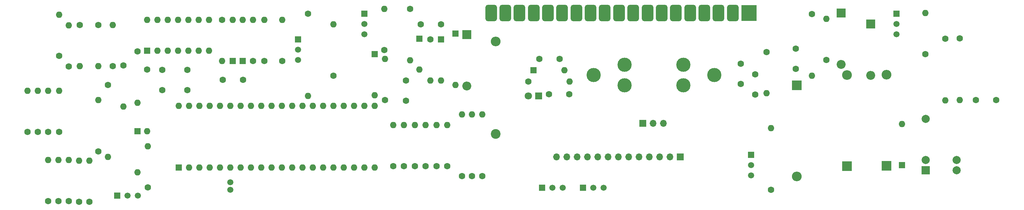
<source format=gbr>
%TF.GenerationSoftware,KiCad,Pcbnew,8.0.1*%
%TF.CreationDate,2024-07-16T21:14:59+02:00*%
%TF.ProjectId,BMW E30 VFL SI Board V3,424d5720-4533-4302-9056-464c20534920,rev?*%
%TF.SameCoordinates,Original*%
%TF.FileFunction,Soldermask,Top*%
%TF.FilePolarity,Negative*%
%FSLAX46Y46*%
G04 Gerber Fmt 4.6, Leading zero omitted, Abs format (unit mm)*
G04 Created by KiCad (PCBNEW 8.0.1) date 2024-07-16 21:14:59*
%MOMM*%
%LPD*%
G01*
G04 APERTURE LIST*
G04 Aperture macros list*
%AMRoundRect*
0 Rectangle with rounded corners*
0 $1 Rounding radius*
0 $2 $3 $4 $5 $6 $7 $8 $9 X,Y pos of 4 corners*
0 Add a 4 corners polygon primitive as box body*
4,1,4,$2,$3,$4,$5,$6,$7,$8,$9,$2,$3,0*
0 Add four circle primitives for the rounded corners*
1,1,$1+$1,$2,$3*
1,1,$1+$1,$4,$5*
1,1,$1+$1,$6,$7*
1,1,$1+$1,$8,$9*
0 Add four rect primitives between the rounded corners*
20,1,$1+$1,$2,$3,$4,$5,0*
20,1,$1+$1,$4,$5,$6,$7,0*
20,1,$1+$1,$6,$7,$8,$9,0*
20,1,$1+$1,$8,$9,$2,$3,0*%
G04 Aperture macros list end*
%ADD10R,1.600000X1.600000*%
%ADD11O,1.600000X1.600000*%
%ADD12C,1.600000*%
%ADD13C,3.500000*%
%ADD14R,1.500000X1.500000*%
%ADD15C,1.500000*%
%ADD16R,2.400000X2.400000*%
%ADD17O,2.400000X2.400000*%
%ADD18R,3.800000X4.000000*%
%ADD19RoundRect,0.500000X-0.900000X-1.500000X0.900000X-1.500000X0.900000X1.500000X-0.900000X1.500000X0*%
%ADD20R,2.200000X2.200000*%
%ADD21O,2.200000X2.200000*%
%ADD22C,2.400000*%
%ADD23R,1.700000X1.700000*%
%ADD24O,1.700000X1.700000*%
%ADD25R,1.800000X1.800000*%
%ADD26C,1.800000*%
%ADD27C,2.000000*%
%ADD28R,2.000000X2.000000*%
G04 APERTURE END LIST*
D10*
%TO.C,U2*%
X99136000Y-111692000D03*
D11*
X101676000Y-111692000D03*
X104216000Y-111692000D03*
X106756000Y-111692000D03*
X109296000Y-111692000D03*
X111836000Y-111692000D03*
X114376000Y-111692000D03*
X114376000Y-104072000D03*
X111836000Y-104072000D03*
X109296000Y-104072000D03*
X106756000Y-104072000D03*
X104216000Y-104072000D03*
X101676000Y-104072000D03*
X99136000Y-104072000D03*
%TD*%
D10*
%TO.C,U1*%
X106888000Y-140526000D03*
D11*
X109428000Y-140526000D03*
X111968000Y-140526000D03*
X114508000Y-140526000D03*
X117048000Y-140526000D03*
X119588000Y-140526000D03*
X122128000Y-140526000D03*
X124668000Y-140526000D03*
X127208000Y-140526000D03*
X129748000Y-140526000D03*
X132288000Y-140526000D03*
X134828000Y-140526000D03*
X137368000Y-140526000D03*
X139908000Y-140526000D03*
X142448000Y-140526000D03*
X144988000Y-140526000D03*
X147528000Y-140526000D03*
X150068000Y-140526000D03*
X152608000Y-140526000D03*
X155148000Y-140526000D03*
X155148000Y-125286000D03*
X152608000Y-125286000D03*
X150068000Y-125286000D03*
X147528000Y-125286000D03*
X144988000Y-125286000D03*
X142448000Y-125286000D03*
X139908000Y-125286000D03*
X137368000Y-125286000D03*
X134828000Y-125286000D03*
X132288000Y-125286000D03*
X129748000Y-125286000D03*
X127208000Y-125286000D03*
X124668000Y-125286000D03*
X122128000Y-125286000D03*
X119588000Y-125286000D03*
X117048000Y-125286000D03*
X114508000Y-125286000D03*
X111968000Y-125286000D03*
X109428000Y-125286000D03*
X106888000Y-125286000D03*
%TD*%
D12*
%TO.C,R6*%
X69672000Y-131758000D03*
D11*
X69672000Y-121598000D03*
%TD*%
D13*
%TO.C,BT1*%
X216669600Y-115197200D03*
X216669600Y-120277200D03*
X209049600Y-117737200D03*
%TD*%
D12*
%TO.C,R21*%
X192989000Y-119312000D03*
D11*
X203149000Y-119312000D03*
%TD*%
D14*
%TO.C,Q6*%
X206451000Y-145580000D03*
D15*
X208991000Y-145580000D03*
X211531000Y-145580000D03*
%TD*%
D12*
%TO.C,C7*%
X248869000Y-122574000D03*
X248869000Y-117574000D03*
%TD*%
%TO.C,R36*%
X176620000Y-142680000D03*
D11*
X176620000Y-127440000D03*
%TD*%
D14*
%TO.C,Q8*%
X283667000Y-102548000D03*
D15*
X283667000Y-105088000D03*
X283667000Y-107628000D03*
%TD*%
D12*
%TO.C,C3*%
X117718000Y-118931000D03*
X122718000Y-118931000D03*
%TD*%
D14*
%TO.C,Q4*%
X152624000Y-102548000D03*
D15*
X152624000Y-105088000D03*
X152624000Y-107628000D03*
%TD*%
D16*
%TO.C,C9*%
X259156000Y-120229000D03*
D17*
X259156000Y-142729000D03*
%TD*%
D12*
%TO.C,C14*%
X198109000Y-122487000D03*
X203109000Y-122487000D03*
%TD*%
D18*
%TO.C,J2*%
X247337000Y-102421000D03*
D19*
X243337000Y-102421000D03*
X239837000Y-102421000D03*
X236337000Y-102421000D03*
X232837000Y-102421000D03*
X229337000Y-102421000D03*
X225837000Y-102421000D03*
X222337000Y-102421000D03*
X218837000Y-102421000D03*
X215337000Y-102421000D03*
X211837000Y-102421000D03*
X208337000Y-102421000D03*
X204837000Y-102421000D03*
X201337000Y-102421000D03*
X197837000Y-102421000D03*
X194337000Y-102421000D03*
X190837000Y-102421000D03*
X187337000Y-102421000D03*
X183837000Y-102421000D03*
%TD*%
D12*
%TO.C,R17*%
X93294000Y-115375000D03*
D11*
X93294000Y-125535000D03*
%TD*%
D14*
%TO.C,Q3*%
X136241000Y-108898000D03*
D15*
X136241000Y-111438000D03*
X136241000Y-113978000D03*
%TD*%
D12*
%TO.C,R29*%
X157556000Y-111565000D03*
D11*
X157556000Y-101405000D03*
%TD*%
D12*
%TO.C,R10*%
X87071000Y-136584000D03*
D11*
X87071000Y-123884000D03*
%TD*%
D12*
%TO.C,C6*%
X245313000Y-119907000D03*
X245313000Y-114907000D03*
%TD*%
%TO.C,C5*%
X166486000Y-105215000D03*
X171486000Y-105215000D03*
%TD*%
%TO.C,R22*%
X117551000Y-104072000D03*
D11*
X117551000Y-114232000D03*
%TD*%
D12*
%TO.C,R44*%
X262839000Y-102675000D03*
D11*
X262839000Y-117915000D03*
%TD*%
D20*
%TO.C,D10*%
X277317000Y-105088000D03*
D21*
X277317000Y-117788000D03*
%TD*%
D12*
%TO.C,R14*%
X82499000Y-105342000D03*
D11*
X82499000Y-115502000D03*
%TD*%
D12*
%TO.C,R47*%
X295732000Y-108771000D03*
D11*
X295732000Y-124011000D03*
%TD*%
D12*
%TO.C,R34*%
X170383000Y-140267000D03*
D11*
X170383000Y-130107000D03*
%TD*%
D20*
%TO.C,D9*%
X270078000Y-102421000D03*
D21*
X270078000Y-115121000D03*
%TD*%
D12*
%TO.C,R3*%
X79832000Y-148903000D03*
D11*
X79832000Y-138743000D03*
%TD*%
D12*
%TO.C,C1*%
X102819000Y-121431000D03*
X102819000Y-116431000D03*
%TD*%
%TO.C,R15*%
X87071000Y-105342000D03*
D11*
X87071000Y-115502000D03*
%TD*%
D10*
%TO.C,D3*%
X122631000Y-114232000D03*
D11*
X122631000Y-104072000D03*
%TD*%
D12*
%TO.C,R8*%
X74752000Y-131758000D03*
D11*
X74752000Y-121598000D03*
%TD*%
D12*
%TO.C,R40*%
X168859000Y-108898000D03*
D11*
X168859000Y-119058000D03*
%TD*%
D12*
%TO.C,R24*%
X127965000Y-114232000D03*
D11*
X127965000Y-104072000D03*
%TD*%
D22*
%TO.C,R41*%
X184988000Y-132266000D03*
D17*
X184988000Y-109406000D03*
%TD*%
D16*
%TO.C,C10*%
X271450000Y-140239000D03*
D17*
X271450000Y-117739000D03*
%TD*%
D12*
%TO.C,R39*%
X163906000Y-101405000D03*
D11*
X163906000Y-114105000D03*
%TD*%
D13*
%TO.C,BT2*%
X231169600Y-120277200D03*
X231169600Y-115197200D03*
X238789600Y-117737200D03*
%TD*%
D12*
%TO.C,C4*%
X162890000Y-124098000D03*
X162890000Y-119098000D03*
%TD*%
%TO.C,R25*%
X132410000Y-114232000D03*
D11*
X132410000Y-104072000D03*
%TD*%
D12*
%TO.C,R7*%
X72212000Y-131758000D03*
D11*
X72212000Y-121598000D03*
%TD*%
D12*
%TO.C,R38*%
X181686000Y-142680000D03*
D11*
X181686000Y-127440000D03*
%TD*%
D10*
%TO.C,D5*%
X166192000Y-108771000D03*
D11*
X166192000Y-116391000D03*
%TD*%
D12*
%TO.C,R19*%
X99263000Y-145474000D03*
D11*
X99263000Y-135314000D03*
%TD*%
D12*
%TO.C,R13*%
X79832000Y-115629000D03*
D11*
X79832000Y-105469000D03*
%TD*%
D10*
%TO.C,D6*%
X171526000Y-108898000D03*
D11*
X171526000Y-119058000D03*
%TD*%
D12*
%TO.C,R9*%
X77419000Y-131758000D03*
D11*
X77419000Y-121598000D03*
%TD*%
D12*
%TO.C,R23*%
X125171000Y-114232000D03*
D11*
X125171000Y-104072000D03*
%TD*%
D12*
%TO.C,R26*%
X138760000Y-102548000D03*
D11*
X138760000Y-122868000D03*
%TD*%
D12*
%TO.C,R18*%
X96723000Y-111895200D03*
D11*
X96723000Y-124595200D03*
%TD*%
D12*
%TO.C,R11*%
X89484000Y-120201000D03*
D11*
X89484000Y-137981000D03*
%TD*%
D12*
%TO.C,R43*%
X251663000Y-112073000D03*
D11*
X251663000Y-122233000D03*
%TD*%
D12*
%TO.C,R27*%
X144983000Y-117915000D03*
D11*
X144983000Y-105215000D03*
%TD*%
D12*
%TO.C,R28*%
X157683000Y-123884000D03*
D11*
X157683000Y-113724000D03*
%TD*%
D12*
%TO.C,C13*%
X200696000Y-113724000D03*
X195696000Y-113724000D03*
%TD*%
%TO.C,R37*%
X179146000Y-142680000D03*
D11*
X179146000Y-127440000D03*
%TD*%
D16*
%TO.C,C11*%
X281254000Y-140112000D03*
D17*
X281254000Y-117612000D03*
%TD*%
D14*
%TO.C,Q1*%
X91770000Y-147485000D03*
D15*
X94310000Y-147485000D03*
X96850000Y-147485000D03*
%TD*%
D23*
%TO.C,J1*%
X230454000Y-137981000D03*
D24*
X227914000Y-137981000D03*
X225374000Y-137981000D03*
X222834000Y-137981000D03*
X220294000Y-137981000D03*
X217754000Y-137981000D03*
X215214000Y-137981000D03*
X212674000Y-137981000D03*
X210134000Y-137981000D03*
X207594000Y-137981000D03*
X205054000Y-137981000D03*
X202514000Y-137981000D03*
X199974000Y-137981000D03*
%TD*%
D23*
%TO.C,J3*%
X221208400Y-129624400D03*
D24*
X223748400Y-129624400D03*
X226288400Y-129624400D03*
%TD*%
D14*
%TO.C,Q5*%
X196418000Y-145580000D03*
D15*
X198958000Y-145580000D03*
X201498000Y-145580000D03*
%TD*%
D12*
%TO.C,C2*%
X109042000Y-121431000D03*
X109042000Y-116431000D03*
%TD*%
%TO.C,C12*%
X308265000Y-123884000D03*
X303265000Y-123884000D03*
%TD*%
D20*
%TO.C,D8*%
X177876000Y-107755000D03*
D21*
X177876000Y-120455000D03*
%TD*%
D10*
%TO.C,D1*%
X96723000Y-131631000D03*
D11*
X96723000Y-141791000D03*
%TD*%
D12*
%TO.C,R33*%
X167716000Y-140267000D03*
D11*
X167716000Y-130107000D03*
%TD*%
D12*
%TO.C,R4*%
X82372000Y-149030000D03*
D11*
X82372000Y-138870000D03*
%TD*%
D12*
%TO.C,R30*%
X159715000Y-140267000D03*
D11*
X159715000Y-130107000D03*
%TD*%
D10*
%TO.C,D2*%
X120218000Y-114232000D03*
D11*
X120218000Y-104072000D03*
%TD*%
D12*
%TO.C,R20*%
X99136000Y-116391000D03*
D11*
X99136000Y-131631000D03*
%TD*%
D14*
%TO.C,Q7*%
X247874000Y-137473000D03*
D15*
X247874000Y-140013000D03*
X247874000Y-142553000D03*
%TD*%
%TO.C,Y1*%
X119590800Y-146068400D03*
X119590800Y-144168400D03*
%TD*%
D12*
%TO.C,R12*%
X77419000Y-112962000D03*
D11*
X77419000Y-102802000D03*
%TD*%
D12*
%TO.C,R32*%
X165049000Y-140267000D03*
D11*
X165049000Y-130107000D03*
%TD*%
D25*
%TO.C,D13*%
X195534000Y-122868000D03*
D26*
X192994000Y-122868000D03*
%TD*%
D12*
%TO.C,C8*%
X258902000Y-111224000D03*
X258902000Y-116224000D03*
%TD*%
D10*
%TO.C,D11*%
X285064000Y-140013000D03*
D11*
X285064000Y-129853000D03*
%TD*%
D12*
%TO.C,R2*%
X77292000Y-148903000D03*
D11*
X77292000Y-138743000D03*
%TD*%
D12*
%TO.C,R5*%
X84912000Y-149030000D03*
D11*
X84912000Y-138870000D03*
%TD*%
D12*
%TO.C,R35*%
X173050000Y-140267000D03*
D11*
X173050000Y-130107000D03*
%TD*%
D12*
%TO.C,R16*%
X90627000Y-115502000D03*
D11*
X90627000Y-105342000D03*
%TD*%
D12*
%TO.C,R48*%
X299288000Y-108644000D03*
D11*
X299288000Y-123884000D03*
%TD*%
D27*
%TO.C,K1*%
X298516000Y-138720000D03*
X298516000Y-141260000D03*
X290896000Y-128560000D03*
X290896000Y-138720000D03*
D28*
X290896000Y-141260000D03*
%TD*%
D10*
%TO.C,D12*%
X194259000Y-116518000D03*
D11*
X201879000Y-116518000D03*
%TD*%
D10*
%TO.C,D7*%
X175082000Y-107501000D03*
D11*
X175082000Y-120201000D03*
%TD*%
D12*
%TO.C,R46*%
X290779000Y-112581000D03*
D11*
X290779000Y-102421000D03*
%TD*%
D10*
%TO.C,D4*%
X155143000Y-112581000D03*
D11*
X155143000Y-122741000D03*
%TD*%
D12*
%TO.C,R42*%
X252806000Y-146109000D03*
D11*
X252806000Y-130869000D03*
%TD*%
D12*
%TO.C,R1*%
X74752000Y-148903000D03*
D11*
X74752000Y-138743000D03*
%TD*%
D12*
%TO.C,R45*%
X266395000Y-113978000D03*
D11*
X266395000Y-103818000D03*
%TD*%
D12*
%TO.C,R31*%
X162382000Y-140267000D03*
D11*
X162382000Y-130107000D03*
%TD*%
M02*

</source>
